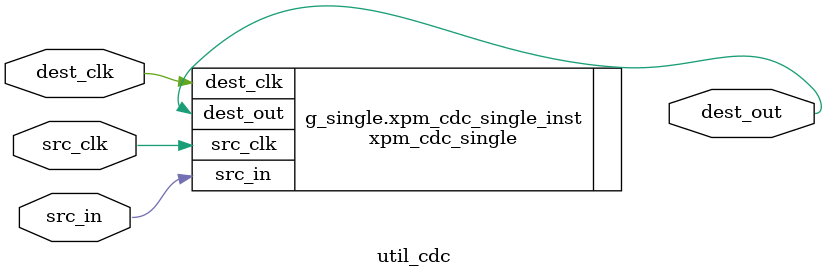
<source format=v>

`resetall
`timescale 1ns / 1ps
`default_nettype none
// verilog_format: on

module util_cdc #(
    parameter DEST_SYNC_FF   = 4,
    parameter INIT_SYNC_FF   = 0,
    parameter SIM_ASSERT_CHK = 0,
    parameter SRC_INPUT_REG  = 1,
    parameter WIDTH          = 1
) (

    (* X_INTERFACE_INFO = "xilinx.com:signal:clock:1.0 src_clk CLK" *) (* X_INTERFACE_PARAMETER = "ASSOCIATED_RESET src_in" *)
    input wire src_clk,  //

    // Declare the attributes above the port declaration
    (* X_INTERFACE_INFO = "xilinx.com:signal:clock:1.0 dest_clk CLK" *)
    (* X_INTERFACE_PARAMETER = "ASSOCIATED_RESET dest_out" *)
    input wire dest_clk,  //

    // Declare the attributes above the port declaration
    (* X_INTERFACE_INFO = "xilinx.com:signal:reset:1.0 src_in RST" *)
    (* X_INTERFACE_PARAMETER = "POLARITY ACTIVE_HIGH" *)
    input wire [(WIDTH-1):0] src_in,  //

    // Declare the attributes above the port declaration
    (* X_INTERFACE_INFO = "xilinx.com:signal:reset:1.0 dest_out RST" *)
    (* X_INTERFACE_PARAMETER = "POLARITY ACTIVE_HIGH" *)
    output wire [(WIDTH-1):0] dest_out  //
);

    generate
        if (WIDTH >= 2) begin : g_array_single
            xpm_cdc_array_single #(
                .DEST_SYNC_FF  (DEST_SYNC_FF),
                .INIT_SYNC_FF  (INIT_SYNC_FF),
                .SIM_ASSERT_CHK(SIM_ASSERT_CHK),
                .SRC_INPUT_REG (SRC_INPUT_REG),
                .WIDTH         (WIDTH)
            ) xpm_cdc_array_single_inst (
                .dest_out(dest_out),
                .dest_clk(dest_clk),
                .src_clk (src_clk),
                .src_in  (src_in)
            );
        end else begin : g_single
            xpm_cdc_single #(
                .DEST_SYNC_FF  (DEST_SYNC_FF),
                .INIT_SYNC_FF  (INIT_SYNC_FF),
                .SIM_ASSERT_CHK(SIM_ASSERT_CHK),
                .SRC_INPUT_REG (SRC_INPUT_REG)
            ) xpm_cdc_single_inst (
                .dest_out(dest_out),
                .dest_clk(dest_clk),
                .src_clk (src_clk),
                .src_in  (src_in)
            );
        end

    endgenerate
endmodule

// verilog_format: off
`resetall
// verilog_format: on

</source>
